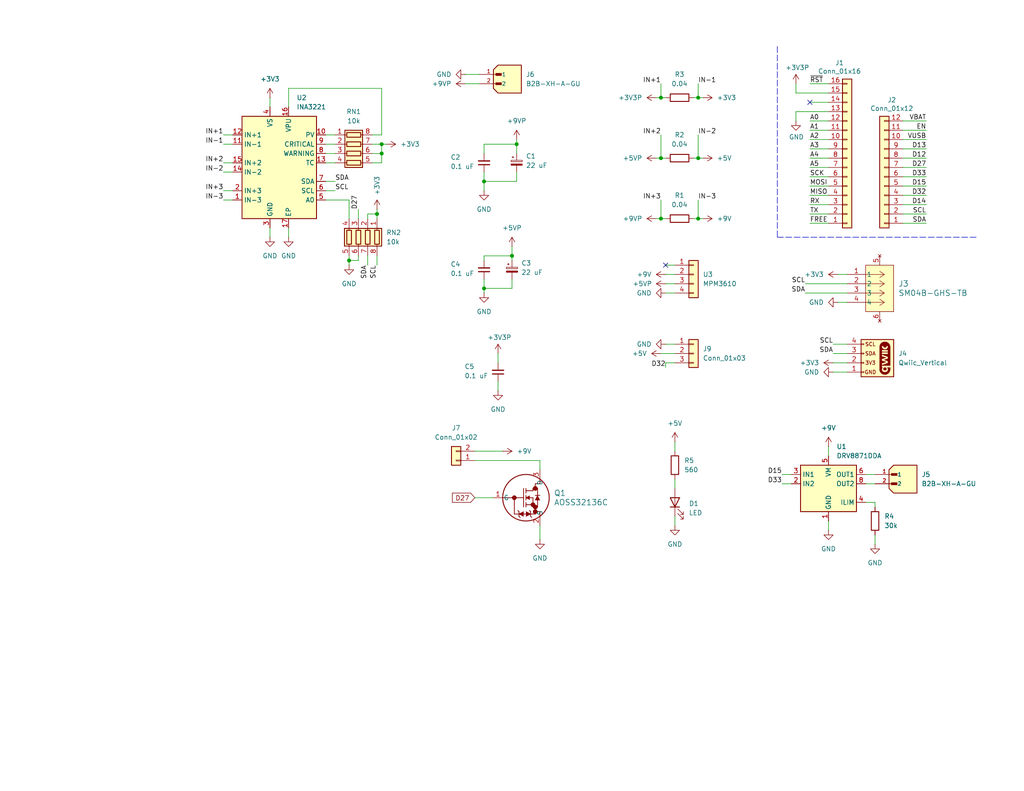
<source format=kicad_sch>
(kicad_sch (version 20231120) (generator "eeschema") (generator_version "8.0")
  (paper "USLetter")
  (lib_symbols
    (symbol "AOSS32136C:AOSS32136C" (pin_names (offset 0.254))
      (property "Reference" "Q" (at 18.542 1.905 0))
      (property "Value" "AOSS32136C" (at 18.542 -2.54 0))
      (symbol "AOSS32136C_0_1"
        (pin unspecified line (at 0 0 0) (length 2.54) (name "G") (number "1"))
        (pin unspecified line (at 12.7 -7.62 90) (length 2.54) (name "S") (number "2"))
        (pin unspecified line (at 12.7 7.62 270) (length 2.54) (name "D") (number "3"))
      )
    )
    (symbol "B2B-XH-A:B2B-XH-A" (pin_names (offset 1.016))
      (property "Reference" "J" (at -2.54 6.35 0))
      (property "Value" "B2B-XH-A" (at -2.54 -5.08 0))
      (symbol "B2B-XH-A_0_0"
        (pin passive line (at -7.62 2.54 0) (length 5.08) (name "1") (number "1"))
        (pin passive line (at -7.62 0 0) (length 5.08) (name "2") (number "2"))
      )
    )
    (symbol "Connector_Generic:Conn_01x02" (pin_names (offset 1.016) hide)
      (property "Reference" "J" (at 0 2.54 0))
      (property "Value" "Conn_01x02" (at 0 -5.08 0))
      (symbol "Conn_01x02_1_1"
        (pin passive line (at -5.08 0 0) (length 3.81) (name "Pin_1") (number "1"))
        (pin passive line (at -5.08 -2.54 0) (length 3.81) (name "Pin_2") (number "2"))
      )
    )
    (symbol "Connector_Generic:Conn_01x03" (pin_names (offset 1.016) hide)
      (property "Reference" "J" (at 0 5.08 0))
      (property "Value" "Conn_01x03" (at 0 -5.08 0))
      (symbol "Conn_01x03_1_1"
        (pin passive line (at -5.08 2.54 0) (length 3.81) (name "Pin_1") (number "1"))
        (pin passive line (at -5.08 0 0) (length 3.81) (name "Pin_2") (number "2"))
        (pin passive line (at -5.08 -2.54 0) (length 3.81) (name "Pin_3") (number "3"))
      )
    )
    (symbol "Connector_Generic:Conn_01x04" (pin_names (offset 1.016) hide)
      (property "Reference" "J" (at 0 5.08 0))
      (property "Value" "Conn_01x04" (at 0 -7.62 0))
      (symbol "Conn_01x04_1_1"
        (pin passive line (at -5.08 2.54 0) (length 3.81) (name "Pin_1") (number "1"))
        (pin passive line (at -5.08 0 0) (length 3.81) (name "Pin_2") (number "2"))
        (pin passive line (at -5.08 -2.54 0) (length 3.81) (name "Pin_3") (number "3"))
        (pin passive line (at -5.08 -5.08 0) (length 3.81) (name "Pin_4") (number "4"))
      )
    )
    (symbol "Connector_Generic:Conn_01x12" (pin_names (offset 1.016) hide)
      (property "Reference" "J" (at 0 15.24 0))
      (property "Value" "Conn_01x12" (at 0 -17.78 0))
      (symbol "Conn_01x12_1_1"
        (pin passive line (at -5.08 12.7 0) (length 3.81) (name "Pin_1") (number "1"))
        (pin passive line (at -5.08 -10.16 0) (length 3.81) (name "Pin_10") (number "10"))
        (pin passive line (at -5.08 -12.7 0) (length 3.81) (name "Pin_11") (number "11"))
        (pin passive line (at -5.08 -15.24 0) (length 3.81) (name "Pin_12") (number "12"))
        (pin passive line (at -5.08 10.16 0) (length 3.81) (name "Pin_2") (number "2"))
        (pin passive line (at -5.08 7.62 0) (length 3.81) (name "Pin_3") (number "3"))
        (pin passive line (at -5.08 5.08 0) (length 3.81) (name "Pin_4") (number "4"))
        (pin passive line (at -5.08 2.54 0) (length 3.81) (name "Pin_5") (number "5"))
        (pin passive line (at -5.08 0 0) (length 3.81) (name "Pin_6") (number "6"))
        (pin passive line (at -5.08 -2.54 0) (length 3.81) (name "Pin_7") (number "7"))
        (pin passive line (at -5.08 -5.08 0) (length 3.81) (name "Pin_8") (number "8"))
        (pin passive line (at -5.08 -7.62 0) (length 3.81) (name "Pin_9") (number "9"))
      )
    )
    (symbol "Connector_Generic:Conn_01x16" (pin_names (offset 1.016) hide)
      (property "Reference" "J" (at 0 20.32 0))
      (property "Value" "Conn_01x16" (at 0 -22.86 0))
      (symbol "Conn_01x16_1_1"
        (pin passive line (at -5.08 17.78 0) (length 3.81) (name "Pin_1") (number "1"))
        (pin passive line (at -5.08 -5.08 0) (length 3.81) (name "Pin_10") (number "10"))
        (pin passive line (at -5.08 -7.62 0) (length 3.81) (name "Pin_11") (number "11"))
        (pin passive line (at -5.08 -10.16 0) (length 3.81) (name "Pin_12") (number "12"))
        (pin passive line (at -5.08 -12.7 0) (length 3.81) (name "Pin_13") (number "13"))
        (pin passive line (at -5.08 -15.24 0) (length 3.81) (name "Pin_14") (number "14"))
        (pin passive line (at -5.08 -17.78 0) (length 3.81) (name "Pin_15") (number "15"))
        (pin passive line (at -5.08 -20.32 0) (length 3.81) (name "Pin_16") (number "16"))
        (pin passive line (at -5.08 15.24 0) (length 3.81) (name "Pin_2") (number "2"))
        (pin passive line (at -5.08 12.7 0) (length 3.81) (name "Pin_3") (number "3"))
        (pin passive line (at -5.08 10.16 0) (length 3.81) (name "Pin_4") (number "4"))
        (pin passive line (at -5.08 7.62 0) (length 3.81) (name "Pin_5") (number "5"))
        (pin passive line (at -5.08 5.08 0) (length 3.81) (name "Pin_6") (number "6"))
        (pin passive line (at -5.08 2.54 0) (length 3.81) (name "Pin_7") (number "7"))
        (pin passive line (at -5.08 0 0) (length 3.81) (name "Pin_8") (number "8"))
        (pin passive line (at -5.08 -2.54 0) (length 3.81) (name "Pin_9") (number "9"))
      )
    )
    (symbol "Device:C_Polarized_Small" (pin_numbers hide) (pin_names (offset 0.254) hide)
      (property "Reference" "C" (at 0.254 1.778 0))
      (property "Value" "C_Polarized_Small" (at 0.254 -2.032 0))
      (symbol "C_Polarized_Small_1_1"
        (pin passive line (at 0 2.54 270) (length 1.8542) (name "~") (number "1"))
        (pin passive line (at 0 -2.54 90) (length 1.8542) (name "~") (number "2"))
      )
    )
    (symbol "Device:C_Small" (pin_numbers hide) (pin_names (offset 0.254) hide)
      (property "Reference" "C" (at 0.254 1.778 0))
      (property "Value" "C_Small" (at 0.254 -2.032 0))
      (symbol "C_Small_1_1"
        (pin passive line (at 0 2.54 270) (length 2.032) (name "~") (number "1"))
        (pin passive line (at 0 -2.54 90) (length 2.032) (name "~") (number "2"))
      )
    )
    (symbol "Device:LED" (pin_numbers hide) (pin_names (offset 1.016) hide)
      (property "Reference" "D" (at 0 2.54 0))
      (property "Value" "LED" (at 0 -2.54 0))
      (symbol "LED_1_1"
        (pin passive line (at -3.81 0 0) (length 2.54) (name "K") (number "1"))
        (pin passive line (at 3.81 0 180) (length 2.54) (name "A") (number "2"))
      )
    )
    (symbol "Device:R" (pin_numbers hide) (pin_names (offset 0))
      (property "Reference" "R" (at 2.032 0 90))
      (property "Value" "R" (at 0 0 90))
      (symbol "R_1_1"
        (pin passive line (at 0 3.81 270) (length 1.27) (name "~") (number "1"))
        (pin passive line (at 0 -3.81 90) (length 1.27) (name "~") (number "2"))
      )
    )
    (symbol "Device:R_Pack04" (pin_names (offset 0) hide)
      (property "Reference" "RN" (at -7.62 0 90))
      (property "Value" "R_Pack04" (at 5.08 0 90))
      (symbol "R_Pack04_1_1"
        (pin passive line (at -5.08 -5.08 90) (length 2.54) (name "R1.1") (number "1"))
        (pin passive line (at -2.54 -5.08 90) (length 2.54) (name "R2.1") (number "2"))
        (pin passive line (at 0 -5.08 90) (length 2.54) (name "R3.1") (number "3"))
        (pin passive line (at 2.54 -5.08 90) (length 2.54) (name "R4.1") (number "4"))
        (pin passive line (at 2.54 5.08 270) (length 2.54) (name "R4.2") (number "5"))
        (pin passive line (at 0 5.08 270) (length 2.54) (name "R3.2") (number "6"))
        (pin passive line (at -2.54 5.08 270) (length 2.54) (name "R2.2") (number "7"))
        (pin passive line (at -5.08 5.08 270) (length 2.54) (name "R1.2") (number "8"))
      )
    )
    (symbol "Driver_Motor:DRV8871DDA"
      (property "Reference" "U" (at -6.35 6.35 0))
      (property "Value" "DRV8871DDA" (at 8.89 6.35 0))
      (symbol "DRV8871DDA_1_1"
        (pin power_in line (at 0 -10.16 90) (length 2.54) (name "GND") (number "1"))
        (pin input line (at -10.16 0 0) (length 2.54) (name "IN2") (number "2"))
        (pin input line (at -10.16 2.54 0) (length 2.54) (name "IN1") (number "3"))
        (pin passive line (at 10.16 -5.08 180) (length 2.54) (name "ILIM") (number "4"))
        (pin power_in line (at 0 7.62 270) (length 2.54) (name "VM") (number "5"))
        (pin output line (at 10.16 2.54 180) (length 2.54) (name "OUT1") (number "6"))
        (pin passive line (at 0 -10.16 90) (length 2.54) hide (name "GND") (number "7"))
        (pin output line (at 10.16 0 180) (length 2.54) (name "OUT2") (number "8"))
        (pin passive line (at 0 -10.16 90) (length 2.54) hide (name "GND") (number "9"))
      )
    )
    (symbol "Glass Squid V2-rescue:+3.3V-power" (power) (pin_names (offset 0))
      (property "Value" "power_+3.3V" (at 0 3.556 0))
      (symbol "+3.3V-power_1_1"
        (pin power_in line (at 0 0 90) (length 0) hide (name "+3V3") (number "1"))
      )
    )
    (symbol "Glass Squid V2-rescue:GND-power" (power) (pin_names (offset 0))
      (property "Value" "power_GND" (at 0 -3.81 0))
      (symbol "GND-power_1_1"
        (pin power_in line (at 0 0 270) (length 0) hide (name "GND") (number "1"))
      )
    )
    (symbol "Power_Management:INA3221"
      (property "Reference" "U" (at -10.16 17.78 0))
      (property "Value" "INA3221" (at 5.08 17.78 0))
      (symbol "INA3221_1_1"
        (pin input line (at -12.7 -7.62 0) (length 2.54) (name "IN-3") (number "1"))
        (pin open_collector line (at 12.7 10.16 180) (length 2.54) (name "PV") (number "10"))
        (pin input line (at -12.7 7.62 0) (length 2.54) (name "IN-1") (number "11"))
        (pin input line (at -12.7 10.16 0) (length 2.54) (name "IN+1") (number "12"))
        (pin open_collector line (at 12.7 2.54 180) (length 2.54) (name "TC") (number "13"))
        (pin input line (at -12.7 0 0) (length 2.54) (name "IN-2") (number "14"))
        (pin input line (at -12.7 2.54 0) (length 2.54) (name "IN+2") (number "15"))
        (pin power_in line (at 2.54 17.78 270) (length 2.54) (name "VPU") (number "16"))
        (pin passive line (at 2.54 -15.24 90) (length 2.54) (name "EP") (number "17"))
        (pin input line (at -12.7 -5.08 0) (length 2.54) (name "IN+3") (number "2"))
        (pin power_in line (at -2.54 -15.24 90) (length 2.54) (name "GND") (number "3"))
        (pin power_in line (at -2.54 17.78 270) (length 2.54) (name "VS") (number "4"))
        (pin input line (at 12.7 -7.62 180) (length 2.54) (name "A0") (number "5"))
        (pin input line (at 12.7 -5.08 180) (length 2.54) (name "SCL") (number "6"))
        (pin bidirectional line (at 12.7 -2.54 180) (length 2.54) (name "SDA") (number "7"))
        (pin open_collector line (at 12.7 5.08 180) (length 2.54) (name "WARNING") (number "8"))
        (pin open_collector line (at 12.7 7.62 180) (length 2.54) (name "CRITICAL") (number "9"))
      )
    )
    (symbol "SM04B-GHS-TB:SM04B-GHS-TB" (pin_names (offset 0.254))
      (property "Reference" "J" (at 13.208 -10.668 0))
      (property "Value" "SM04B-GHS-TB" (at 0 0 0))
      (symbol "SM04B-GHS-TB_1_1"
        (pin unspecified line (at 0 0 0) (length 5.08) (name "1") (number "1"))
        (pin unspecified line (at 0 -2.54 0) (length 5.08) (name "2") (number "2"))
        (pin unspecified line (at 0 -5.08 0) (length 5.08) (name "3") (number "3"))
        (pin unspecified line (at 0 -7.62 0) (length 5.08) (name "4") (number "4"))
        (pin no_connect line (at 8.89 5.08 270) (length 2.54) (name "") (number "5"))
        (pin no_connect line (at 8.89 -12.7 90) (length 2.54) (name "") (number "6"))
      )
      (symbol "SM04B-GHS-TB_1_2"
        (pin unspecified line (at 0 0 0) (length 5.08) (name "1") (number "1"))
        (pin unspecified line (at 0 -2.54 0) (length 5.08) (name "2") (number "2"))
        (pin unspecified line (at 0 -5.08 0) (length 5.08) (name "3") (number "3"))
        (pin unspecified line (at 0 -7.62 0) (length 5.08) (name "4") (number "4"))
      )
    )
    (symbol "SparkFun-Connector:Qwiic_Vertical" (pin_names (offset 1.016) hide)
      (property "Reference" "J" (at 0 5.08 0))
      (property "Value" "Qwiic_Vertical" (at 0 -7.62 0))
      (symbol "Qwiic_Vertical_1_1"
        (text "3V3" (at 1.27 -2.54 0) (effects (font (size 1 1))))
        (text "GND" (at 1.27 -5.08 0) (effects (font (size 1 1))))
        (text "SCL" (at 1.27 2.54 0) (effects (font (size 1 1))))
        (text "SDA" (at 1.27 0 0) (effects (font (size 1 1))))
        (pin passive line (at -5.08 -5.08 0) (length 3.81) (name "Pin_1") (number "1"))
        (pin passive line (at -5.08 -2.54 0) (length 3.81) (name "Pin_2") (number "2"))
        (pin passive line (at -5.08 0 0) (length 3.81) (name "Pin_3") (number "3"))
        (pin passive line (at -5.08 2.54 0) (length 3.81) (name "Pin_4") (number "4"))
        (pin no_connect line (at 2.54 3.81 270) (length 2.54) hide (name "NC") (number "NC1"))
        (pin no_connect line (at 2.54 3.81 270) (length 2.54) hide (name "NC") (number "NC2"))
      )
    )
    (symbol "power:+3V3" (power) (pin_numbers hide) (pin_names (offset 0) hide)
      (property "Value" "+3V3" (at 0 3.556 0))
      (symbol "+3V3_1_1"
        (pin power_in line (at 0 0 90) (length 0) (name "~") (number "1"))
      )
    )
    (symbol "power:+5V" (power) (pin_numbers hide) (pin_names (offset 0) hide)
      (property "Value" "+5V" (at 0 3.556 0))
      (symbol "+5V_1_1"
        (pin power_in line (at 0 0 90) (length 0) (name "~") (number "1"))
      )
    )
    (symbol "power:+5VP" (power) (pin_numbers hide) (pin_names (offset 0) hide)
      (property "Value" "+5VP" (at 0 3.556 0))
      (symbol "+5VP_1_1"
        (pin power_in line (at 0 0 90) (length 0) (name "~") (number "1"))
      )
    )
    (symbol "power:+9V" (power) (pin_numbers hide) (pin_names (offset 0) hide)
      (property "Value" "+9V" (at 0 3.556 0))
      (symbol "+9V_1_1"
        (pin power_in line (at 0 0 90) (length 0) (name "~") (number "1"))
      )
    )
    (symbol "power:GND" (power) (pin_numbers hide) (pin_names (offset 0) hide)
      (property "Value" "GND" (at 0 -3.81 0))
      (symbol "GND_1_1"
        (pin power_in line (at 0 0 270) (length 0) (name "~") (number "1"))
      )
    )
  )
  (junction (at 102.87 58.42))
  (junction (at 180.34 26.67))
  (junction (at 139.7 69.85))
  (junction (at 132.08 49.53))
  (junction (at 104.14 41.91))
  (junction (at 132.08 78.74))
  (junction (at 180.34 59.69))
  (junction (at 190.5 26.67))
  (junction (at 140.97 39.37))
  (junction (at 190.5 59.69))
  (junction (at 180.34 43.18))
  (junction (at 95.25 71.12))
  (junction (at 104.14 39.37))
  (junction (at 190.5 43.18))
  (no_connect (at 220.98 27.94))
  (no_connect (at 181.61 72.39))
  (wire (pts (xy 139.7 69.85) (xy 139.7 71.12)))
  (wire (pts (xy 238.76 137.16) (xy 238.76 138.43)))
  (wire (pts (xy 220.98 33.02) (xy 226.06 33.02)))
  (wire (pts (xy 220.98 22.86) (xy 226.06 22.86)))
  (wire (pts (xy 189.23 26.67) (xy 190.5 26.67)))
  (wire (pts (xy 60.96 52.07) (xy 63.5 52.07)))
  (wire (pts (xy 246.38 38.1) (xy 252.73 38.1)))
  (wire (pts (xy 102.87 58.42) (xy 100.33 58.42)))
  (wire (pts (xy 219.71 77.47) (xy 231.14 77.47)))
  (wire (pts (xy 246.38 45.72) (xy 252.73 45.72)))
  (wire (pts (xy 190.5 59.69) (xy 191.77 59.69)))
  (wire (pts (xy 190.5 22.86) (xy 190.5 26.67)))
  (wire (pts (xy 127 22.86) (xy 130.81 22.86)))
  (wire (pts (xy 95.25 54.61) (xy 95.25 59.69)))
  (wire (pts (xy 147.32 125.73) (xy 147.32 128.27)))
  (wire (pts (xy 132.08 49.53) (xy 140.97 49.53)))
  (wire (pts (xy 238.76 146.05) (xy 238.76 148.59)))
  (wire (pts (xy 73.66 62.23) (xy 73.66 64.77)))
  (wire (pts (xy 190.5 43.18) (xy 191.77 43.18)))
  (wire (pts (xy 88.9 41.91) (xy 91.44 41.91)))
  (wire (pts (xy 132.08 78.74) (xy 132.08 80.01)))
  (wire (pts (xy 184.15 140.97) (xy 184.15 143.51)))
  (wire (pts (xy 227.33 93.98) (xy 231.14 93.98)))
  (wire (pts (xy 246.38 33.02) (xy 252.73 33.02)))
  (wire (pts (xy 88.9 44.45) (xy 91.44 44.45)))
  (wire (pts (xy 139.7 67.31) (xy 139.7 69.85)))
  (wire (pts (xy 189.23 43.18) (xy 190.5 43.18)))
  (wire (pts (xy 100.33 72.39) (xy 100.33 69.85)))
  (wire (pts (xy 180.34 43.18) (xy 180.34 36.83)))
  (wire (pts (xy 220.98 53.34) (xy 226.06 53.34)))
  (wire (pts (xy 60.96 36.83) (xy 63.5 36.83)))
  (wire (pts (xy 184.15 120.65) (xy 184.15 123.19)))
  (wire (pts (xy 213.36 129.54) (xy 215.9 129.54)))
  (wire (pts (xy 60.96 54.61) (xy 63.5 54.61)))
  (wire (pts (xy 88.9 39.37) (xy 91.44 39.37)))
  (wire (pts (xy 181.61 99.06) (xy 184.15 99.06)))
  (wire (pts (xy 220.98 58.42) (xy 226.06 58.42)))
  (wire (pts (xy 104.14 24.13) (xy 78.74 24.13)))
  (wire (pts (xy 132.08 39.37) (xy 140.97 39.37)))
  (wire (pts (xy 180.34 43.18) (xy 181.61 43.18)))
  (wire (pts (xy 129.54 135.89) (xy 134.62 135.89)))
  (wire (pts (xy 102.87 58.42) (xy 102.87 57.15)))
  (wire (pts (xy 184.15 130.81) (xy 184.15 133.35)))
  (wire (pts (xy 60.96 44.45) (xy 63.5 44.45)))
  (wire (pts (xy 139.7 76.2) (xy 139.7 78.74)))
  (wire (pts (xy 88.9 52.07) (xy 91.44 52.07)))
  (wire (pts (xy 97.79 71.12) (xy 95.25 71.12)))
  (wire (pts (xy 220.98 60.96) (xy 226.06 60.96)))
  (wire (pts (xy 217.17 30.48) (xy 226.06 30.48)))
  (polyline (pts (xy 212.09 64.77) (xy 266.7 64.77)) (stroke (width 0) (type dash)))
  (wire (pts (xy 226.06 121.92) (xy 226.06 124.46)))
  (wire (pts (xy 217.17 25.4) (xy 226.06 25.4)))
  (wire (pts (xy 220.98 45.72) (xy 226.06 45.72)))
  (wire (pts (xy 95.25 71.12) (xy 95.25 72.39)))
  (wire (pts (xy 219.71 80.01) (xy 231.14 80.01)))
  (wire (pts (xy 220.98 35.56) (xy 226.06 35.56)))
  (wire (pts (xy 190.5 43.18) (xy 190.5 36.83)))
  (wire (pts (xy 102.87 59.69) (xy 102.87 58.42)))
  (wire (pts (xy 179.07 59.69) (xy 180.34 59.69)))
  (wire (pts (xy 220.98 55.88) (xy 226.06 55.88)))
  (wire (pts (xy 181.61 77.47) (xy 184.15 77.47)))
  (wire (pts (xy 246.38 55.88) (xy 252.73 55.88)))
  (wire (pts (xy 132.08 41.91) (xy 132.08 39.37)))
  (wire (pts (xy 181.61 80.01) (xy 184.15 80.01)))
  (wire (pts (xy 181.61 74.93) (xy 184.15 74.93)))
  (wire (pts (xy 132.08 69.85) (xy 139.7 69.85)))
  (wire (pts (xy 132.08 46.99) (xy 132.08 49.53)))
  (wire (pts (xy 88.9 54.61) (xy 95.25 54.61)))
  (wire (pts (xy 97.79 69.85) (xy 97.79 71.12)))
  (wire (pts (xy 228.6 74.93) (xy 231.14 74.93)))
  (wire (pts (xy 132.08 76.2) (xy 132.08 78.74)))
  (wire (pts (xy 104.14 44.45) (xy 104.14 41.91)))
  (wire (pts (xy 220.98 27.94) (xy 226.06 27.94)))
  (wire (pts (xy 101.6 39.37) (xy 104.14 39.37)))
  (wire (pts (xy 180.34 59.69) (xy 180.34 54.61)))
  (wire (pts (xy 147.32 143.51) (xy 147.32 147.32)))
  (wire (pts (xy 220.98 38.1) (xy 226.06 38.1)))
  (wire (pts (xy 246.38 58.42) (xy 252.73 58.42)))
  (wire (pts (xy 180.34 96.52) (xy 184.15 96.52)))
  (wire (pts (xy 132.08 71.12) (xy 132.08 69.85)))
  (wire (pts (xy 181.61 93.98) (xy 184.15 93.98)))
  (wire (pts (xy 127 20.32) (xy 130.81 20.32)))
  (wire (pts (xy 236.22 132.08) (xy 238.76 132.08)))
  (wire (pts (xy 101.6 44.45) (xy 104.14 44.45)))
  (wire (pts (xy 139.7 78.74) (xy 132.08 78.74)))
  (wire (pts (xy 246.38 60.96) (xy 252.73 60.96)))
  (wire (pts (xy 73.66 26.67) (xy 73.66 29.21)))
  (wire (pts (xy 189.23 59.69) (xy 190.5 59.69)))
  (wire (pts (xy 220.98 40.64) (xy 226.06 40.64)))
  (wire (pts (xy 220.98 43.18) (xy 226.06 43.18)))
  (wire (pts (xy 95.25 69.85) (xy 95.25 71.12)))
  (wire (pts (xy 60.96 46.99) (xy 63.5 46.99)))
  (wire (pts (xy 180.34 26.67) (xy 181.61 26.67)))
  (wire (pts (xy 135.89 99.06) (xy 135.89 96.52)))
  (wire (pts (xy 217.17 33.02) (xy 217.17 30.48)))
  (wire (pts (xy 181.61 72.39) (xy 184.15 72.39)))
  (wire (pts (xy 179.07 26.67) (xy 180.34 26.67)))
  (wire (pts (xy 104.14 39.37) (xy 105.41 39.37)))
  (wire (pts (xy 246.38 50.8) (xy 252.73 50.8)))
  (wire (pts (xy 101.6 36.83) (xy 104.14 36.83)))
  (wire (pts (xy 100.33 59.69) (xy 100.33 58.42)))
  (wire (pts (xy 180.34 22.86) (xy 180.34 26.67)))
  (wire (pts (xy 137.16 123.19) (xy 129.54 123.19)))
  (wire (pts (xy 97.79 57.15) (xy 97.79 59.69)))
  (wire (pts (xy 78.74 62.23) (xy 78.74 64.77)))
  (wire (pts (xy 190.5 59.69) (xy 190.5 54.61)))
  (wire (pts (xy 236.22 129.54) (xy 238.76 129.54)))
  (wire (pts (xy 246.38 48.26) (xy 252.73 48.26)))
  (wire (pts (xy 140.97 39.37) (xy 140.97 41.91)))
  (wire (pts (xy 227.33 99.06) (xy 231.14 99.06)))
  (wire (pts (xy 228.6 82.55) (xy 231.14 82.55)))
  (wire (pts (xy 88.9 49.53) (xy 91.44 49.53)))
  (wire (pts (xy 78.74 24.13) (xy 78.74 29.21)))
  (wire (pts (xy 140.97 49.53) (xy 140.97 46.99)))
  (wire (pts (xy 60.96 39.37) (xy 63.5 39.37)))
  (wire (pts (xy 217.17 22.86) (xy 217.17 25.4)))
  (wire (pts (xy 181.61 100.33) (xy 181.61 99.06)))
  (wire (pts (xy 88.9 36.83) (xy 91.44 36.83)))
  (wire (pts (xy 246.38 53.34) (xy 252.73 53.34)))
  (wire (pts (xy 104.14 36.83) (xy 104.14 24.13)))
  (wire (pts (xy 220.98 48.26) (xy 226.06 48.26)))
  (wire (pts (xy 227.33 101.6) (xy 231.14 101.6)))
  (wire (pts (xy 101.6 41.91) (xy 104.14 41.91)))
  (wire (pts (xy 246.38 40.64) (xy 252.73 40.64)))
  (wire (pts (xy 132.08 49.53) (xy 132.08 52.07)))
  (wire (pts (xy 226.06 142.24) (xy 226.06 144.78)))
  (wire (pts (xy 236.22 137.16) (xy 238.76 137.16)))
  (wire (pts (xy 104.14 41.91) (xy 104.14 39.37)))
  (wire (pts (xy 220.98 50.8) (xy 226.06 50.8)))
  (wire (pts (xy 135.89 104.14) (xy 135.89 106.68)))
  (wire (pts (xy 102.87 72.39) (xy 102.87 69.85)))
  (wire (pts (xy 213.36 132.08) (xy 215.9 132.08)))
  (wire (pts (xy 179.07 43.18) (xy 180.34 43.18)))
  (wire (pts (xy 227.33 96.52) (xy 231.14 96.52)))
  (wire (pts (xy 246.38 43.18) (xy 252.73 43.18)))
  (wire (pts (xy 129.54 125.73) (xy 147.32 125.73)))
  (polyline (pts (xy 212.09 12.7) (xy 212.09 64.77)) (stroke (width 0) (type dash)))
  (wire (pts (xy 190.5 26.67) (xy 191.77 26.67)))
  (wire (pts (xy 246.38 35.56) (xy 252.73 35.56)))
  (wire (pts (xy 140.97 38.1) (xy 140.97 39.37)))
  (wire (pts (xy 180.34 59.69) (xy 181.61 59.69)))
  (label "IN+3" (at 60.96 52.07 180))
  (label "A1" (at 220.98 35.56 0))
  (label "SCL" (at 219.71 77.47 180))
  (label "D33" (at 213.36 132.08 180))
  (label "IN-3" (at 60.96 54.61 180))
  (label "SCL" (at 91.44 52.07 0))
  (label "SCK" (at 220.98 48.26 0))
  (label "A3" (at 220.98 40.64 0))
  (label "~{RST}" (at 220.98 22.86 0))
  (label "A4" (at 220.98 43.18 0))
  (label "SCL" (at 227.33 93.98 180))
  (label "D32" (at 252.73 53.34 180))
  (label "VBAT" (at 252.73 33.02 180))
  (label "SDA" (at 91.44 49.53 0))
  (label "D12" (at 252.73 43.18 180))
  (label "IN+1" (at 60.96 36.83 180))
  (label "IN-1" (at 190.5 22.86 0))
  (label "SDA" (at 227.33 96.52 180))
  (label "FREE" (at 220.98 60.96 0))
  (label "MISO" (at 220.98 53.34 0))
  (label "VUSB" (at 252.73 38.1 180))
  (label "SCL" (at 102.87 72.39 270))
  (label "EN" (at 252.73 35.56 180))
  (label "SCL" (at 252.73 58.42 180))
  (label "SDA" (at 100.33 72.39 270))
  (label "TX" (at 220.98 58.42 0))
  (label "IN-2" (at 60.96 46.99 180))
  (label "IN+2" (at 60.96 44.45 180))
  (label "D27" (at 252.73 45.72 180))
  (label "A2" (at 220.98 38.1 0))
  (label "D15" (at 213.36 129.54 180))
  (label "D13" (at 252.73 40.64 180))
  (label "D14" (at 252.73 55.88 180))
  (label "D33" (at 252.73 48.26 180))
  (label "IN-1" (at 60.96 39.37 180))
  (label "D15" (at 252.73 50.8 180))
  (label "IN-3" (at 190.5 54.61 0))
  (label "MOSI" (at 220.98 50.8 0))
  (label "RX" (at 220.98 55.88 0))
  (label "IN+3" (at 180.34 54.61 180))
  (label "A0" (at 220.98 33.02 0))
  (label "IN-2" (at 190.5 36.83 0))
  (label "A5" (at 220.98 45.72 0))
  (label "D32" (at 181.61 100.33 180))
  (label "IN+2" (at 180.34 36.83 180))
  (label "IN+1" (at 180.34 22.86 180))
  (label "D27" (at 97.79 57.15 90))
  (label "SDA" (at 219.71 80.01 180))
  (label "SDA" (at 252.73 60.96 180))
  (global_label "D27" (shape input) (at 129.54 135.89 180) (property "Intersheetrefs" "${INTERSHEET_REFS}" (effects (hide yes))))
  (symbol (lib_id "Connector_Generic:Conn_01x16") (at 231.14 43.18 0) (mirror x) (unit 1)
    (property "Reference" "J1" (at 229.0826 17.145 0))
    (property "Value" "Conn_01x16" (at 229.0826 19.4564 0))
    (property "Footprint" "Connector_PinHeader_2.54mm:PinHeader_1x16_P2.54mm_Vertical" (effects (hide yes)))
    (property "Datasheet" "https://www.amazon.com/Chanzon-Straight-Assortment-Breakaway-Connector/dp/B09MY3DG7J?crid=2WW6T03RS3TSX&dib=eyJ2IjoiMSJ9.yvWh9O3ihNvzTRiXZOsAZgNOGAx5Qeg06NiYDIZSodRCNOXI9_y-LNKDlkRfJcvKqoLB11M2qChoA63lkfonLNTrhdrwqVg6he9wbogBwoqr6TpNRdkJ_0SMNIFRhTXEy7U9aRzn1P23-BuTKYqhdPSjyG4QhcvKcpoUGMwTN301LwErH4GMlfBwMem0z3kSmwzdcswJuB7jdLwQO4TfMxoyF9X1dWMs-PQLgXfY-c8.8o5iXQ-qt4AUtJtKZf8cibEvZdNePTofJ2CFx-pIEVM&dib_tag=se&keywords=swiss%2Bmachine%2Bpin%2Bheaders&qid=1738993476&sprefix=swiss%2Bmachine%2Bpin%2Bheader%2Caps%2C146&sr=8-6&th=1" (effects (hide yes)))
    (property "Description" "2.54 mm Swiss Machine Pin Headers" (effects (hide yes)))
    (property "Mfr." "Chanzon " (effects (hide yes)))
    (property "Part #" "N/A" (effects (hide yes)))
    (property "Vendor" "Amazon" (effects (hide yes)))
    (property "Order Link" "https://www.amazon.com/Chanzon-Straight-Assortment-Breakaway-Connector/dp/B09MY3DG7J?crid=2WW6T03RS3TSX&dib=eyJ2IjoiMSJ9.yvWh9O3ihNvzTRiXZOsAZgNOGAx5Qeg06NiYDIZSodRCNOXI9_y-LNKDlkRfJcvKqoLB11M2qChoA63lkfonLNTrhdrwqVg6he9wbogBwoqr6TpNRdkJ_0SMNIFRhTXEy7U9aRzn1P23-BuTKYqhdPSjyG4QhcvKcpoUGMwTN301LwErH4GMlfBwMem0z3kSmwzdcswJuB7jdLwQO4TfMxoyF9X1dWMs-PQLgXfY-c8.8o5iXQ-qt4AUtJtKZf8cibEvZdNePTofJ2CFx-pIEVM&dib_tag=se&keywords=swiss%2Bmachine%2Bpin%2Bheaders&qid=1738993476&sprefix=swiss%2Bmachine%2Bpin%2Bheader%2Caps%2C146&sr=8-6&th=1" (effects (hide yes)))
    (property "Price" "$9.99" (effects (hide yes)))
  )
  (symbol (lib_id "Connector_Generic:Conn_01x12") (at 241.3 48.26 180) (unit 1)
    (property "Reference" "J2" (at 243.332 27.305 0))
    (property "Value" "Conn_01x12" (at 243.332 29.6164 0))
    (property "Footprint" "Connector_PinHeader_2.54mm:PinHeader_1x12_P2.54mm_Vertical" (effects (hide yes)))
    (property "Datasheet" "https://www.amazon.com/Chanzon-Straight-Assortment-Breakaway-Connector/dp/B09MY3DG7J?crid=2WW6T03RS3TSX&dib=eyJ2IjoiMSJ9.yvWh9O3ihNvzTRiXZOsAZgNOGAx5Qeg06NiYDIZSodRCNOXI9_y-LNKDlkRfJcvKqoLB11M2qChoA63lkfonLNTrhdrwqVg6he9wbogBwoqr6TpNRdkJ_0SMNIFRhTXEy7U9aRzn1P23-BuTKYqhdPSjyG4QhcvKcpoUGMwTN301LwErH4GMlfBwMem0z3kSmwzdcswJuB7jdLwQO4TfMxoyF9X1dWMs-PQLgXfY-c8.8o5iXQ-qt4AUtJtKZf8cibEvZdNePTofJ2CFx-pIEVM&dib_tag=se&keywords=swiss%2Bmachine%2Bpin%2Bheaders&qid=1738993476&sprefix=swiss%2Bmachine%2Bpin%2Bheader%2Caps%2C146&sr=8-6&th=1" (effects (hide yes)))
    (property "Description" "2.54 mm Swiss Machine Pin Headers" (effects (hide yes)))
    (property "Mfr." "Chanzon" (effects (hide yes)))
    (property "Part #" "N/A" (effects (hide yes)))
    (property "Vendor" "Amazon" (effects (hide yes)))
    (property "Order Link" "Same as 16-Pin Header. Only order 1" (effects (hide yes)))
    (property "Price" "$0.00" (effects (hide yes)))
  )
  (symbol (lib_id "Glass Squid V2-rescue:+3.3V-power") (at 217.17 22.86 0) (unit 1)
    (property "Reference" "#PWR01" (effects (hide yes)))
    (property "Value" "+3V3P" (at 217.551 18.4658 0))
  )
  (symbol (lib_id "Glass Squid V2-rescue:GND-power") (at 217.17 33.02 0) (unit 1)
    (property "Reference" "#PWR02" (effects (hide yes)))
    (property "Value" "GND" (at 217.297 37.4142 0))
  )
  (symbol (lib_id "power:+3V3") (at 228.6 74.93 90) (unit 1)
    (property "Reference" "#PWR03" (effects (hide yes)))
    (property "Value" "+3V3" (at 224.79 74.9299 90) (effects (justify left)))
    (property "Description" "Power symbol creates a global label with name \"+3V3\"" (effects (hide yes)))
  )
  (symbol (lib_id "power:+5VP") (at 139.7 67.31 0) (unit 1)
    (property "Reference" "#PWR023" (effects (hide yes)))
    (property "Value" "+5VP" (at 139.7 62.23 0))
    (property "Description" "Power symbol creates a global label with name \"+5VP\"" (effects (hide yes)))
  )
  (symbol (lib_id "power:+9V") (at 137.16 123.19 270) (unit 1)
    (property "Reference" "#PWR040" (effects (hide yes)))
    (property "Value" "+9V" (at 140.97 123.1899 90) (effects (justify left)))
    (property "Description" "Power symbol creates a global label with name \"+9V\"" (effects (hide yes)))
  )
  (symbol (lib_id "power:+9V") (at 179.07 59.69 90) (unit 1)
    (property "Reference" "#PWR019" (effects (hide yes)))
    (property "Value" "+9VP" (at 175.26 59.6899 90) (effects (justify left)))
    (property "Description" "Power symbol creates a global label with name \"+9V\"" (effects (hide yes)))
  )
  (symbol (lib_id "Device:R") (at 238.76 142.24 180) (unit 1)
    (property "Reference" "R4" (at 241.3 140.9699 0) (effects (justify right)))
    (property "Value" "30k" (at 241.3 143.5099 0) (effects (justify right)))
    (property "Footprint" "0805 30k Ohm Resistor Moisture Resistant:RESC2012X60N" (effects (hide yes)))
    (property "Datasheet" "https://mm.digikey.com/Volume0/opasdata/d220001/medias/docus/6402/SG73S%209424.pdf" (effects (hide yes)))
    (property "Description" "RES 30K OHM 1% 1/4W 0805" (effects (hide yes)))
    (property "Mfr." "KOA Speer Electronics, Inc." (effects (hide yes)))
    (property "Part #" "SG73S2ATTD3002F" (effects (hide yes)))
    (property "Vendor" "DigiKey" (effects (hide yes)))
    (property "Order Link" "https://www.digikey.com/en/products/detail/koa-speer-electronics-inc/SG73S2ATTD3002F/10292021" (effects (hide yes)))
    (property "Price" "$0.18" (effects (hide yes)))
  )
  (symbol (lib_id "power:GND") (at 73.66 64.77 0) (unit 1)
    (property "Reference" "#PWR029" (effects (hide yes)))
    (property "Value" "GND" (at 73.66 69.85 0))
    (property "Description" "Power symbol creates a global label with name \"GND\" , ground" (effects (hide yes)))
  )
  (symbol (lib_id "Connector_Generic:Conn_01x02") (at 124.46 125.73 180) (unit 1)
    (property "Reference" "J7" (at 124.46 116.84 0))
    (property "Value" "Conn_01x02" (at 124.46 119.38 0))
    (property "Footprint" "Connector_PinHeader_2.54mm:PinHeader_1x02_P2.54mm_Vertical" (effects (hide yes)))
    (property "Description" "Generic connector, single row, 01x02, script generated (kicad-library-utils/schlib/autogen/connector/)" (effects (hide yes)))
  )
  (symbol (lib_id "power:+3V3") (at 105.41 39.37 270) (unit 1)
    (property "Reference" "#PWR028" (effects (hide yes)))
    (property "Value" "+3V3" (at 109.22 39.3699 90) (effects (justify left)))
    (property "Description" "Power symbol creates a global label with name \"+3V3\"" (effects (hide yes)))
  )
  (symbol (lib_id "power:+5VP") (at 179.07 43.18 90) (unit 1)
    (property "Reference" "#PWR021" (effects (hide yes)))
    (property "Value" "+5VP" (at 175.26 43.1799 90) (effects (justify left)))
    (property "Description" "Power symbol creates a global label with name \"+5VP\"" (effects (hide yes)))
  )
  (symbol (lib_id "power:+5V") (at 180.34 96.52 90) (unit 1)
    (property "Reference" "#PWR016" (effects (hide yes)))
    (property "Value" "+5V" (at 176.53 96.5199 90) (effects (justify left)))
    (property "Description" "Power symbol creates a global label with name \"+5V\"" (effects (hide yes)))
  )
  (symbol (lib_id "power:+9V") (at 127 22.86 90) (unit 1)
    (property "Reference" "#PWR011" (effects (hide yes)))
    (property "Value" "+9VP" (at 123.19 22.8599 90) (effects (justify left)))
    (property "Description" "Power symbol creates a global label with name \"+9V\"" (effects (hide yes)))
  )
  (symbol (lib_id "power:GND") (at 132.08 80.01 0) (unit 1)
    (property "Reference" "#PWR024" (effects (hide yes)))
    (property "Value" "GND" (at 132.08 85.09 0))
    (property "Description" "Power symbol creates a global label with name \"GND\" , ground" (effects (hide yes)))
  )
  (symbol (lib_id "B2B-XH-A:B2B-XH-A") (at 246.38 132.08 0) (unit 1)
    (property "Reference" "J5" (at 251.46 129.5399 0) (effects (justify left)))
    (property "Value" "B2B-XH-A-GU" (at 251.46 132.0799 0) (effects (justify left)))
    (property "Footprint" "B2B-XH-A:B2B-XH-A" (effects (hide yes)))
    (property "Datasheet" "https://www.jst-mfg.com/product/pdf/eng/eXH.pdf" (effects (hide yes)))
    (property "Description" "JST-XH VERT 2POS 2.5MM" (effects (hide yes)))
    (property "Mfr." "JST Sales America Inc." (effects (hide yes)))
    (property "Part #" "B2B-XH-A-GU" (effects (hide yes)))
    (property "Vendor" "DigiKey" (effects (hide yes)))
    (property "Order Link" "https://www.digikey.com/en/products/detail/jst-sales-america-inc/B2B-XH-A-GU/2043065" (effects (hide yes)))
    (property "Price" "$0.24" (effects (hide yes)))
  )
  (symbol (lib_id "power:GND") (at 184.15 143.51 0) (unit 1)
    (property "Reference" "#PWR014" (effects (hide yes)))
    (property "Value" "GND" (at 184.15 148.59 0))
    (property "Description" "Power symbol creates a global label with name \"GND\" , ground" (effects (hide yes)))
  )
  (symbol (lib_id "power:GND") (at 127 20.32 270) (unit 1)
    (property "Reference" "#PWR012" (effects (hide yes)))
    (property "Value" "GND" (at 123.19 20.3199 90) (effects (justify right)))
    (property "Description" "Power symbol creates a global label with name \"GND\" , ground" (effects (hide yes)))
  )
  (symbol (lib_id "Device:R_Pack04") (at 96.52 41.91 270) (unit 1)
    (property "Reference" "RN1" (at 96.52 30.48 90))
    (property "Value" "10k" (at 96.52 33.02 90))
    (property "Footprint" "4 RES 10k Array:EXB38V_PAN" (effects (hide yes)))
    (property "Datasheet" "https://industrial.panasonic.com/cdbs/www-data/pdf/AOC0000/AOC0000C14.pdf" (effects (hide yes)))
    (property "Description" "4 RES ARRAY 10K OHM 1206" (effects (hide yes)))
    (property "Mfr." "Panasonic Electronic Components" (effects (hide yes)))
    (property "Part #" "EXB-38V103JV" (effects (hide yes)))
    (property "Vendor" "DigiKey" (effects (hide yes)))
    (property "Order Link" "https://www.digikey.com/en/products/detail/panasonic-electronic-components/EXB-38V103JV/256543" (effects (hide yes)))
    (property "Price" "$0.12" (effects (hide yes)))
  )
  (symbol (lib_id "Connector_Generic:Conn_01x04") (at 189.23 74.93 0) (unit 1)
    (property "Reference" "U3" (at 191.77 74.9299 0) (effects (justify left)))
    (property "Value" "MPM3610" (at 191.77 77.4699 0) (effects (justify left)))
    (property "Footprint" "Connector_PinHeader_2.54mm:PinHeader_1x04_P2.54mm_Vertical" (effects (hide yes)))
    (property "Datasheet" "https://www.adafruit.com/product/4739" (effects (hide yes)))
    (property "Description" "21-5V Buck Converter" (effects (hide yes)))
    (property "Mfr." "Adafruit" (effects (hide yes)))
    (property "Part #" "4739" (effects (hide yes)))
    (property "Vendor" "DigiKey" (effects (hide yes)))
    (property "Order Link" "https://www.digikey.com/en/products/detail/adafruit-industries-llc/4739/13175530" (effects (hide yes)))
    (property "Price" "$6.95" (effects (hide yes)))
  )
  (symbol (lib_id "power:+9V") (at 140.97 38.1 0) (unit 1)
    (property "Reference" "#PWR017" (effects (hide yes)))
    (property "Value" "+9VP" (at 140.97 33.02 0))
    (property "Description" "Power symbol creates a global label with name \"+9V\"" (effects (hide yes)))
  )
  (symbol (lib_id "Device:R") (at 185.42 59.69 90) (unit 1)
    (property "Reference" "R1" (at 185.42 53.34 90))
    (property "Value" "0.04" (at 185.42 55.88 90))
    (property "Footprint" "WSLP 0805 Resistor:RES_VISHAY_WSLP0805_VIS" (effects (hide yes)))
    (property "Datasheet" "https://www.vishay.com/docs/30122/wslp.pdf" (effects (hide yes)))
    (property "Description" "RES 0.04 OHM 0.5% 1/2W 0805" (effects (hide yes)))
    (property "Mfr." "Vishay Dale" (effects (hide yes)))
    (property "Part #" "WSLP0805R0400DEA" (effects (hide yes)))
    (property "Vendor" "DigiKey" (effects (hide yes)))
    (property "Order Link" "https://www.digikey.com/en/products/detail/vishay-dale/WSLP0805R0400DEA/9755281?s=N4IgTCBcDaIOoGUAyAFADADjQVgEpoBY00ARAUQEEQBdAXyA" (effects (hide yes)))
    (property "Price" "$1.27" (effects (hide yes)))
  )
  (symbol (lib_id "power:GND") (at 181.61 80.01 270) (unit 1)
    (property "Reference" "#PWR09" (effects (hide yes)))
    (property "Value" "GND" (at 177.8 80.0099 90) (effects (justify right)))
    (property "Description" "Power symbol creates a global label with name \"GND\" , ground" (effects (hide yes)))
  )
  (symbol (lib_id "Device:C_Polarized_Small") (at 139.7 73.66 0) (unit 1)
    (property "Reference" "C3" (at 142.24 71.8438 0) (effects (justify left)))
    (property "Value" "22 uF" (at 142.24 74.3838 0) (effects (justify left)))
    (property "Footprint" "EEH-ZC1E220R:CAP_ZC_C_PAN" (effects (hide yes)))
    (property "Datasheet" "https://industrial.panasonic.com/cdbs/www-data/pdf/RDD0000/ABA0000C1221.pdf" (effects (hide yes)))
    (property "Description" "CAP ALUM HYBRID 22UF 20% 63V SMD" (effects (hide yes)))
    (property "Mfr." "Panasonic Electronic Components" (effects (hide yes)))
    (property "Part #" "EEH-ZA1J220XP" (effects (hide yes)))
    (property "Vendor" "DigiKey" (effects (hide yes)))
    (property "Order Link" "https://www.digikey.com/en/products/detail/panasonic-electronic-components/EEH-ZA1J220XP/3088130" (effects (hide yes)))
    (property "Price" "$1.44" (effects (hide yes)))
  )
  (symbol (lib_id "power:+3V3") (at 191.77 26.67 270) (unit 1)
    (property "Reference" "#PWR035" (effects (hide yes)))
    (property "Value" "+3V3" (at 195.58 26.6699 90) (effects (justify left)))
    (property "Description" "Power symbol creates a global label with name \"+3V3\"" (effects (hide yes)))
  )
  (symbol (lib_id "SparkFun-Connector:Qwiic_Vertical") (at 236.22 96.52 0) (unit 1)
    (property "Reference" "J4" (at 245.11 96.5199 0) (effects (justify left)))
    (property "Value" "Qwiic_Vertical" (at 245.11 99.0599 0) (effects (justify left)))
    (property "Footprint" "SparkFun-Connector:JST_SMD_1.0mm-4_Vertical" (effects (hide yes)))
    (property "Datasheet" "https://www.jst-mfg.com/product/pdf/eng/eSH.pdf" (effects (hide yes)))
    (property "Description" "4 pin JST 1mm polarized connector for I2C" (effects (hide yes)))
    (property "PROD_ID" "CONN-14483" (effects (hide yes)))
  )
  (symbol (lib_id "Device:R") (at 185.42 26.67 90) (unit 1)
    (property "Reference" "R3" (at 185.42 20.32 90))
    (property "Value" "0.04" (at 185.42 22.86 90))
    (property "Footprint" "WSLP 0805 Resistor:RES_VISHAY_WSLP0805_VIS" (effects (hide yes)))
    (property "Datasheet" "https://www.vishay.com/docs/30122/wslp.pdf" (effects (hide yes)))
    (property "Description" "RES 0.04 OHM 0.5% 1/2W 0805" (effects (hide yes)))
    (property "Mfr." "Vishay Dale" (effects (hide yes)))
    (property "Part #" "WSLP0805R0400DEA" (effects (hide yes)))
    (property "Vendor" "DigiKey" (effects (hide yes)))
    (property "Order Link" "https://www.digikey.com/en/products/detail/vishay-dale/WSLP0805R0400DEA/9755281?s=N4IgTCBcDaIOoGUAyAFADADjQVgEpoBY00ARAUQEEQBdAXyA" (effects (hide yes)))
    (property "Price" "$1.27" (effects (hide yes)))
  )
  (symbol (lib_id "power:GND") (at 95.25 72.39 0) (unit 1)
    (property "Reference" "#PWR027" (effects (hide yes)))
    (property "Value" "GND" (at 95.25 77.47 0))
    (property "Description" "Power symbol creates a global label with name \"GND\" , ground" (effects (hide yes)))
  )
  (symbol (lib_id "power:+3V3") (at 73.66 26.67 0) (unit 1)
    (property "Reference" "#PWR033" (effects (hide yes)))
    (property "Value" "+3V3" (at 73.66 21.59 0))
    (property "Description" "Power symbol creates a global label with name \"+3V3\"" (effects (hide yes)))
  )
  (symbol (lib_id "Driver_Motor:DRV8871DDA") (at 226.06 132.08 0) (unit 1)
    (property "Reference" "U1" (at 228.2541 121.92 0) (effects (justify left)))
    (property "Value" "DRV8871DDA" (at 228.2541 124.46 0) (effects (justify left)))
    (property "Footprint" "Package_SO:Texas_HTSOP-8-1EP_3.9x4.9mm_P1.27mm_EP2.95x4.9mm_Mask2.4x3.1mm_ThermalVias" (effects (hide yes)))
    (property "Datasheet" "http://www.ti.com/lit/ds/symlink/drv8871.pdf" (effects (hide yes)))
    (property "Description" "Brushed DC Motor Driver, PWM Control, 45V, 3.6A, Current limiting, HTSOP-8" (effects (hide yes)))
    (property "Mfr. " "Texas Instruments" (effects (hide yes)))
    (property "Part #" "DRV8871DDARQ1" (effects (hide yes)))
    (property "Vendor" "DigiKey" (effects (hide yes)))
    (property "Order Link" "https://www.digikey.com/en/products/detail/texas-instruments/DRV8871DDARQ1/7244177?s=N4IgTCBcDaICICUBqAOFB2AjHOBBBAipiALoC%2BQA" (effects (hide yes)))
    (property "Price" "$3.03" (effects (hide yes)))
  )
  (symbol (lib_id "AOSS32136C:AOSS32136C") (at 134.62 135.89 0) (unit 1)
    (property "Reference" "Q1" (at 151.13 134.6199 0) (effects (font (size 1.524 1.524)) (justify left)))
    (property "Value" "AOSS32136C" (at 151.13 137.1599 0) (effects (font (size 1.524 1.524)) (justify left)))
    (property "Footprint" "AOSS32136C:SOT23_AOS" (effects (hide yes)))
    (property "Datasheet" "AOSS32136C" (effects (hide yes)))
  )
  (symbol (lib_id "power:+5V") (at 191.77 43.18 270) (unit 1)
    (property "Reference" "#PWR022" (effects (hide yes)))
    (property "Value" "+5V" (at 195.58 43.1799 90) (effects (justify left)))
    (property "Description" "Power symbol creates a global label with name \"+5V\"" (effects (hide yes)))
  )
  (symbol (lib_id "Device:C_Small") (at 132.08 73.66 180) (unit 1)
    (property "Reference" "C4" (at 122.936 72.136 0) (effects (justify right)))
    (property "Value" "0.1 uF" (at 122.936 74.676 0) (effects (justify right)))
    (property "Footprint" "0805 Ceramic Capacitor:CAPC2012X140N" (effects (hide yes)))
    (property "Datasheet" "https://content.kemet.com/datasheets/KEM_C1023_X7R_AUTO_SMD.pdf" (effects (hide yes)))
    (property "Description" "CAP CER 0.1UF 50V X7R 0805" (effects (hide yes)))
    (property "Mfr." "KEMET" (effects (hide yes)))
    (property "Part #" "C0805C104J5RACAUTO" (effects (hide yes)))
    (property "Vendor" "DigiKey" (effects (hide yes)))
    (property "Order Link" "https://www.digikey.com/en/products/detail/kemet/C0805C104J5RACAUTO/3314919" (effects (hide yes)))
    (property "Price" "$0.095" (effects (hide yes)))
  )
  (symbol (lib_id "Device:LED") (at 184.15 137.16 90) (unit 1)
    (property "Reference" "D1" (at 187.96 137.4774 90) (effects (justify right)))
    (property "Value" "LED" (at 187.96 140.0174 90) (effects (justify right)))
    (property "Footprint" "0805 Red LED:WL-SMCW_0805" (effects (hide yes)))
    (property "Datasheet" "https://www.we-online.com/components/products/datasheet/150080RS75000.pdf" (effects (hide yes)))
    (property "Description" "LED RED CLEAR 0805 SMD" (effects (hide yes)))
    (property "Mfr." "Würth Elektronik" (effects (hide yes)))
    (property "Part #" "150080RS75000" (effects (hide yes)))
    (property "Vendor" "DigiKey" (effects (hide yes)))
    (property "Order Link" "https://www.digikey.com/en/products/detail/w%C3%BCrth-elektronik/150080RS75000/4489918" (effects (hide yes)))
    (property "Price" "$0.17" (effects (hide yes)))
  )
  (symbol (lib_id "power:GND") (at 147.32 147.32 0) (unit 1)
    (property "Reference" "#PWR039" (effects (hide yes)))
    (property "Value" "GND" (at 147.32 152.4 0))
    (property "Description" "Power symbol creates a global label with name \"GND\" , ground" (effects (hide yes)))
  )
  (symbol (lib_id "power:GND") (at 135.89 106.68 0) (unit 1)
    (property "Reference" "#PWR032" (effects (hide yes)))
    (property "Value" "GND" (at 135.89 111.76 0))
    (property "Description" "Power symbol creates a global label with name \"GND\" , ground" (effects (hide yes)))
  )
  (symbol (lib_id "Device:C_Small") (at 132.08 44.45 180) (unit 1)
    (property "Reference" "C2" (at 122.936 42.926 0) (effects (justify right)))
    (property "Value" "0.1 uF" (at 122.936 45.466 0) (effects (justify right)))
    (property "Footprint" "0805 Ceramic Capacitor:CAPC2012X140N" (effects (hide yes)))
    (property "Datasheet" "https://content.kemet.com/datasheets/KEM_C1023_X7R_AUTO_SMD.pdf" (effects (hide yes)))
    (property "Description" "CAP CER 0.1UF 50V X7R 0805" (effects (hide yes)))
    (property "Mfr." "KEMET" (effects (hide yes)))
    (property "Part #" "C0805C104J5RACAUTO" (effects (hide yes)))
    (property "Vendor" "DigiKey" (effects (hide yes)))
    (property "Order Link" "https://www.digikey.com/en/products/detail/kemet/C0805C104J5RACAUTO/3314919" (effects (hide yes)))
    (property "Price" "$0.095" (effects (hide yes)))
  )
  (symbol (lib_id "power:GND") (at 227.33 101.6 270) (unit 1)
    (property "Reference" "#PWR06" (effects (hide yes)))
    (property "Value" "GND" (at 223.52 101.5999 90) (effects (justify right)))
    (property "Description" "Power symbol creates a global label with name \"GND\" , ground" (effects (hide yes)))
  )
  (symbol (lib_id "power:GND") (at 238.76 148.59 0) (unit 1)
    (property "Reference" "#PWR036" (effects (hide yes)))
    (property "Value" "GND" (at 238.76 153.67 0))
    (property "Description" "Power symbol creates a global label with name \"GND\" , ground" (effects (hide yes)))
  )
  (symbol (lib_id "power:+3V3") (at 227.33 99.06 90) (unit 1)
    (property "Reference" "#PWR05" (effects (hide yes)))
    (property "Value" "+3V3" (at 223.52 99.0599 90) (effects (justify left)))
    (property "Description" "Power symbol creates a global label with name \"+3V3\"" (effects (hide yes)))
  )
  (symbol (lib_id "power:+5V") (at 184.15 120.65 0) (unit 1)
    (property "Reference" "#PWR013" (effects (hide yes)))
    (property "Value" "+5V" (at 184.15 115.57 0))
    (property "Description" "Power symbol creates a global label with name \"+5V\"" (effects (hide yes)))
  )
  (symbol (lib_id "power:GND") (at 228.6 82.55 270) (unit 1)
    (property "Reference" "#PWR04" (effects (hide yes)))
    (property "Value" "GND" (at 224.79 82.5499 90) (effects (justify right)))
    (property "Description" "Power symbol creates a global label with name \"GND\" , ground" (effects (hide yes)))
  )
  (symbol (lib_id "Glass Squid V2-rescue:+3.3V-power") (at 135.89 96.52 0) (unit 1)
    (property "Reference" "#PWR031" (effects (hide yes)))
    (property "Value" "+3V3P" (at 136.271 92.1258 0))
  )
  (symbol (lib_id "power:+5V") (at 181.61 77.47 90) (unit 1)
    (property "Reference" "#PWR08" (effects (hide yes)))
    (property "Value" "+5VP" (at 175.26 77.47 90))
    (property "Description" "Power symbol creates a global label with name \"+5V\"" (effects (hide yes)))
  )
  (symbol (lib_id "power:+9V") (at 191.77 59.69 270) (unit 1)
    (property "Reference" "#PWR020" (effects (hide yes)))
    (property "Value" "+9V" (at 195.58 59.6899 90) (effects (justify left)))
    (property "Description" "Power symbol creates a global label with name \"+9V\"" (effects (hide yes)))
  )
  (symbol (lib_id "power:+9V") (at 181.61 74.93 90) (unit 1)
    (property "Reference" "#PWR07" (effects (hide yes)))
    (property "Value" "+9V" (at 177.8 74.9299 90) (effects (justify left)))
    (property "Description" "Power symbol creates a global label with name \"+9V\"" (effects (hide yes)))
  )
  (symbol (lib_id "Device:C_Polarized_Small") (at 140.97 44.45 0) (unit 1)
    (property "Reference" "C1" (at 143.51 42.6338 0) (effects (justify left)))
    (property "Value" "22 uF" (at 143.51 45.1738 0) (effects (justify left)))
    (property "Footprint" "EEH-ZC1E220R:CAP_ZC_C_PAN" (effects (hide yes)))
    (property "Datasheet" "https://industrial.panasonic.com/cdbs/www-data/pdf/RDD0000/ABA0000C1221.pdf" (effects (hide yes)))
    (property "Description" "CAP ALUM HYBRID 22UF 20% 63V SMD" (effects (hide yes)))
    (property "Mfr." "Panasonic Electronic Components" (effects (hide yes)))
    (property "Part #" "EEH-ZA1J220XP" (effects (hide yes)))
    (property "Vendor" "DigiKey" (effects (hide yes)))
    (property "Order Link" "https://www.digikey.com/en/products/detail/panasonic-electronic-components/EEH-ZA1J220XP/3088130" (effects (hide yes)))
    (property "Price" "$1.44" (effects (hide yes)))
  )
  (symbol (lib_id "Connector_Generic:Conn_01x03") (at 189.23 96.52 0) (unit 1)
    (property "Reference" "J9" (at 191.77 95.2499 0) (effects (justify left)))
    (property "Value" "Conn_01x03" (at 191.77 97.7899 0) (effects (justify left)))
    (property "Footprint" "Connector_PinHeader_2.54mm:PinHeader_1x03_P2.54mm_Vertical" (effects (hide yes)))
    (property "Datasheet" "https://www.we-online.com/components/products/datasheet/61300311121.pdf" (effects (hide yes)))
    (property "Description" "Generic connector, single row, 01x03, script generated (kicad-library-utils/schlib/autogen/connector/)" (effects (hide yes)))
    (property "Mfr." "Würth Elektronik" (effects (hide yes)))
    (property "Part #" "61300311121" (effects (hide yes)))
    (property "Vendor" "DigiKey" (effects (hide yes)))
    (property "Order Link" "https://www.digikey.com/en/products/detail/w%C3%BCrth-elektronik/61300311121/4846825" (effects (hide yes)))
    (property "Price" "$0.12" (effects (hide yes)))
  )
  (symbol (lib_id "Power_Management:INA3221") (at 76.2 46.99 0) (unit 1)
    (property "Reference" "U2" (at 80.9341 26.67 0) (effects (justify left)))
    (property "Value" "INA3221" (at 80.9341 29.21 0) (effects (justify left)))
    (property "Footprint" "Package_DFN_QFN:Texas_RGV0016A_VQFN-16-1EP_4x4mm_P0.65mm_EP2.1x2.1mm" (effects (hide yes)))
    (property "Datasheet" "http://www.ti.com/lit/ds/symlink/ina3221.pdf" (effects (hide yes)))
    (property "Description" "Triple-Channel High-Side Shunt and Bus Voltage Monitor with I2C and SMBUS Compatible Interface, QFN-16" (effects (hide yes)))
    (property "Mfr." "Texas Instruments" (effects (hide yes)))
    (property "Part #" "INA3221AQRGVRQ1" (effects (hide yes)))
    (property "Vendor" "DigiKey" (effects (hide yes)))
    (property "Order Link" "https://www.digikey.com/en/products/detail/texas-instruments/INA3221AQRGVRQ1/5995432" (effects (hide yes)))
    (property "Price" "$4.11" (effects (hide yes)))
  )
  (symbol (lib_id "Device:C_Small") (at 135.89 101.6 180) (unit 1)
    (property "Reference" "C5" (at 126.746 100.076 0) (effects (justify right)))
    (property "Value" "0.1 uF" (at 126.746 102.616 0) (effects (justify right)))
    (property "Footprint" "0805 Ceramic Capacitor:CAPC2012X140N" (effects (hide yes)))
    (property "Datasheet" "https://content.kemet.com/datasheets/KEM_C1023_X7R_AUTO_SMD.pdf" (effects (hide yes)))
    (property "Description" "CAP CER 0.1UF 50V X7R 0805" (effects (hide yes)))
    (property "Mfr." "KEMET" (effects (hide yes)))
    (property "Part #" "C0805C104J5RACAUTO" (effects (hide yes)))
    (property "Vendor" "DigiKey" (effects (hide yes)))
    (property "Order Link" "https://www.digikey.com/en/products/detail/kemet/C0805C104J5RACAUTO/3314919" (effects (hide yes)))
    (property "Price" "$0.095" (effects (hide yes)))
  )
  (symbol (lib_id "power:GND") (at 181.61 93.98 270) (unit 1)
    (property "Reference" "#PWR015" (effects (hide yes)))
    (property "Value" "GND" (at 177.8 93.9799 90) (effects (justify right)))
    (property "Description" "Power symbol creates a global label with name \"GND\" , ground" (effects (hide yes)))
  )
  (symbol (lib_id "power:+3V3") (at 102.87 57.15 0) (unit 1)
    (property "Reference" "#PWR026" (effects (hide yes)))
    (property "Value" "+3V3" (at 102.8699 53.34 90) (effects (justify left)))
    (property "Description" "Power symbol creates a global label with name \"+3V3\"" (effects (hide yes)))
  )
  (symbol (lib_id "power:GND") (at 226.06 144.78 0) (unit 1)
    (property "Reference" "#PWR010" (effects (hide yes)))
    (property "Value" "GND" (at 226.06 149.86 0))
    (property "Description" "Power symbol creates a global label with name \"GND\" , ground" (effects (hide yes)))
  )
  (symbol (lib_id "Device:R_Pack04") (at 97.79 64.77 180) (unit 1)
    (property "Reference" "RN2" (at 105.41 63.4999 0) (effects (justify right)))
    (property "Value" "10k" (at 105.41 66.0399 0) (effects (justify right)))
    (property "Footprint" "4 RES 10k Array:EXB38V_PAN" (effects (hide yes)))
    (property "Datasheet" "https://industrial.panasonic.com/cdbs/www-data/pdf/AOC0000/AOC0000C14.pdf" (effects (hide yes)))
    (property "Description" "4 RES ARRAY 10K OHM 1206" (effects (hide yes)))
    (property "Mfr." "Panasonic Electronic Components" (effects (hide yes)))
    (property "Part #" "EXB-38V103JV" (effects (hide yes)))
    (property "Vendor" "DigiKey" (effects (hide yes)))
    (property "Order Link" "https://www.digikey.com/en/products/detail/panasonic-electronic-components/EXB-38V103JV/256543" (effects (hide yes)))
    (property "Price" "$0.12" (effects (hide yes)))
  )
  (symbol (lib_id "Glass Squid V2-rescue:+3.3V-power") (at 179.07 26.67 90) (unit 1)
    (property "Reference" "#PWR034" (effects (hide yes)))
    (property "Value" "+3V3P" (at 171.958 26.67 90))
  )
  (symbol (lib_id "power:+9V") (at 226.06 121.92 0) (unit 1)
    (property "Reference" "#PWR037" (effects (hide yes)))
    (property "Value" "+9V" (at 226.06 116.84 0))
    (property "Description" "Power symbol creates a global label with name \"+9V\"" (effects (hide yes)))
  )
  (symbol (lib_id "power:GND") (at 78.74 64.77 0) (unit 1)
    (property "Reference" "#PWR030" (effects (hide yes)))
    (property "Value" "GND" (at 78.74 69.85 0))
    (property "Description" "Power symbol creates a global label with name \"GND\" , ground" (effects (hide yes)))
  )
  (symbol (lib_id "Device:R") (at 185.42 43.18 90) (unit 1)
    (property "Reference" "R2" (at 185.42 36.83 90))
    (property "Value" "0.04" (at 185.42 39.37 90))
    (property "Footprint" "WSLP 0805 Resistor:RES_VISHAY_WSLP0805_VIS" (effects (hide yes)))
    (property "Datasheet" "https://www.vishay.com/docs/30122/wslp.pdf" (effects (hide yes)))
    (property "Description" "RES 0.04 OHM 0.5% 1/2W 0805" (effects (hide yes)))
    (property "Mfr." "Vishay Dale" (effects (hide yes)))
    (property "Part #" "WSLP0805R0400DEA" (effects (hide yes)))
    (property "Vendor" "DigiKey" (effects (hide yes)))
    (property "Order Link" "https://www.digikey.com/en/products/detail/vishay-dale/WSLP0805R0400DEA/9755281?s=N4IgTCBcDaIOoGUAyAFADADjQVgEpoBY00ARAUQEEQBdAXyA" (effects (hide yes)))
    (property "Price" "$1.27" (effects (hide yes)))
  )
  (symbol (lib_id "Device:R") (at 184.15 127 0) (unit 1)
    (property "Reference" "R5" (at 186.69 125.7299 0) (effects (justify left)))
    (property "Value" "560" (at 186.69 128.2699 0) (effects (justify left)))
    (property "Footprint" "0805 Resistor Moisture Resistant:RES_CHP0805_BRN" (effects (hide yes)))
    (property "Datasheet" "https://bourns.com/docs/product-datasheets/chp-a.pdf" (effects (hide yes)))
    (property "Description" "RES 0805 560 OHM 1% 1/2W" (effects (hide yes)))
    (property "Mfr." "Bourns Inc." (effects (hide yes)))
    (property "Part #" "CHP0805AFX-5600ELF" (effects (hide yes)))
    (property "Vendor" "DigiKey" (effects (hide yes)))
    (property "Order Link" "https://www.digikey.com/en/products/detail/bourns-inc/CHP0805AFX-5600ELF/12144393?s=N4IgjCBcoEwAwA4CsVQGMoDMCGAbAzgKYA0IA9lANohIBscABAPIAWAtviALqkAOALlBABVAHYBLfk0wBZQtnwBXAE6EQAX3WkYVEAGEAEgAVEcJAEEAYgA1u6oA" (effects (hide yes)))
    (property "Price" "$0.46" (effects (hide yes)))
  )
  (symbol (lib_id "B2B-XH-A:B2B-XH-A") (at 138.43 22.86 0) (unit 1)
    (property "Reference" "J6" (at 143.51 20.3199 0) (effects (justify left)))
    (property "Value" "B2B-XH-A-GU" (at 143.51 22.8599 0) (effects (justify left)))
    (property "Footprint" "B2B-XH-A:B2B-XH-A" (effects (hide yes)))
    (property "Datasheet" "https://www.jst-mfg.com/product/pdf/eng/eXH.pdf" (effects (hide yes)))
    (property "Description" "JST-XH RA 2POS 2.5MM" (effects (hide yes)))
    (property "Mfr." "JST Sales America Inc." (effects (hide yes)))
    (property "Part #" "B2B-XH-A-GU" (effects (hide yes)))
    (property "Vendor" "DigiKey" (effects (hide yes)))
    (property "Order Link" "https://www.digikey.com/en/products/detail/jst-sales-america-inc/B2B-XH-A-GU/2043065" (effects (hide yes)))
    (property "Price" "$0.24" (effects (hide yes)))
  )
  (symbol (lib_id "SM04B-GHS-TB:SM04B-GHS-TB") (at 231.14 74.93 0) (unit 1)
    (property "Reference" "J3" (at 245.11 77.4699 0) (effects (font (size 1.524 1.524)) (justify left)))
    (property "Value" "SM04B-GHS-TB" (at 245.11 80.0099 0) (effects (font (size 1.524 1.524)) (justify left)))
    (property "Footprint" "SM04B-GHS-TB:CONN_SM04B-GHS-TB_JST" (effects (hide yes)))
    (property "Datasheet" "https://www.jst-mfg.com/product/pdf/eng/eGH.pdf" (effects (hide yes)))
    (property "Description" "JST-GH RA 4POS 1.25MM" (effects (hide yes)))
    (property "Mfr." "JST Sales America Inc." (effects (hide yes)))
    (property "Part #" "SM04B-GHS-TB" (effects (hide yes)))
    (property "Vendor" "DigiKey" (effects (hide yes)))
    (property "Order Link" "https://www.digikey.com/en/products/detail/jst-sales-america-inc/SM04B-GHS-TB/807788" (effects (hide yes)))
    (property "Price" "$0.326" (effects (hide yes)))
  )
  (symbol (lib_id "power:GND") (at 132.08 52.07 0) (unit 1)
    (property "Reference" "#PWR018" (effects (hide yes)))
    (property "Value" "GND" (at 132.08 57.15 0))
    (property "Description" "Power symbol creates a global label with name \"GND\" , ground" (effects (hide yes)))
  )
)
</source>
